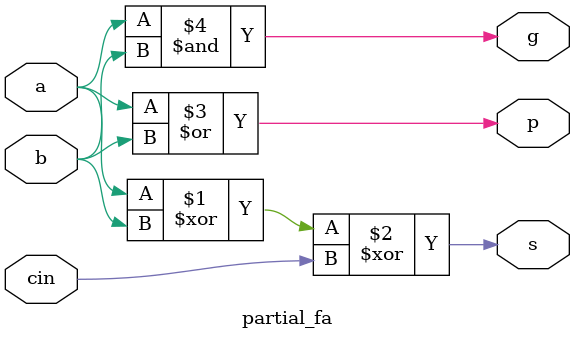
<source format=v>
`timescale 1ns / 1ps

module partial_fa(
    input   wire a , b , cin ,
    output  wire s , p , g 
    
    );
    
    assign s = a ^ b ^ cin ;
    assign p = a  | b ; 
    assign g = a  & b ; 
    
endmodule

</source>
